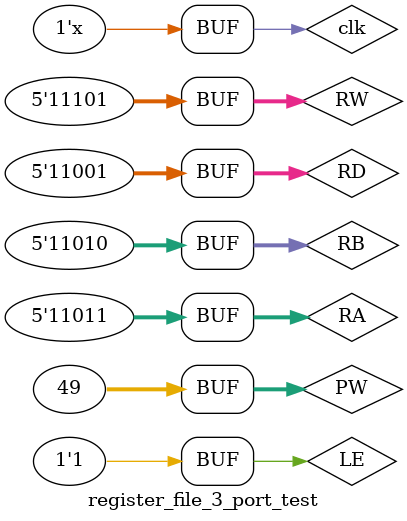
<source format=v>
module register_file_3_port (
  input [4:0] RA, RB, RD, // register inputs for reading
  input [4:0] RW, // register inputs for writing
  input [31:0] PW, // data input for writing
  input LE, // latch enable input for writing
  input clk, // clock input
  output wire [31:0] PA, PB, PD // output ports
);

//eliminar array e instanciar mejor el modulo
//crear modulo para cada uno de los componentes
//modulo de registro, binary dec, multiplexor
//instanciar todos los componentes en el modulo de prueba
 
reg [31:0] registers [0:31]; // array of 32 registers
assign PA = (RA == 0) ? 0 : registers[RA]; // output for register RA
assign PB = (RB == 0) ? 0 : registers[RB]; // output for register RB
assign PD = (RD == 0) ? 0 : registers[RD]; // output for register RC

always @(posedge clk) begin
  if (LE) begin
    registers[RW] <= PW; // write to register RW
  end
end

endmodule

module register_file_3_port_test;

reg [4:0] RA, RB, RD, RW; // register select inputs for reading and writing
reg [31:0] PW; // data input for writing
reg LE, clk; // latch enable input and clock input
wire [31:0] PA, PB, PD; // output ports



register_file_3_port dut (
  .RA(RA),
  .RB(RB),
  .RD(RD),
  .RW(RW),
  .PW(PW),
  .LE(LE),
  .clk(clk),
  .PA(PA),
  .PB(PB),
  .PD(PD)
);

initial begin
  // initialize 
  RA = 0;
  RB = 31;
  RD = 30;
  RW = 0;
  PW = 20;
  LE = 1;
  clk = 0;
  
  #10; // delay de 10
  
  // read register 0 (output should be 0)
  RA = 0;
  #2;
  $monitor("%d %d %d %d %d %d %d %d", RW, RA, RB, RD, PW, PA, PB, PD);
  
  // read registers 0, 30, and 31
  RA = 0;
  RB = 31;
  RD = 30;
  #2;
  //cambiar a delay de 4 y añadir repeat
  //la primera suma se le pone un delay de 4 ay a las otras no
  $monitor("%d %d %d %d %d %d %d %d", RW, RA, RB, RD, PW, PA, PB, PD);
  
  // increment inputs
  PW = PW + 1;
  RW = RW + 1;
  RA = RA + 1;
  RB = RB + 1;
  RD = RD + 1;
  
  // read registers again (output should be updated)
  RA = 0;
  RB = 31;
  RD = 30;
  #2;
  $monitor("%d %d %d %d %d %d %d %d", RW, RA, RB, RD, PW, PA, PB, PD);
  
  // increment inputs again
  PW = PW + 1;
  RW = RW + 1;
  RA = RA + 1;
  RB = RB + 1;
  RD = RD + 1;
  
  // read registers again (output should be updated)
  RA = 0;
  RB = 31;
  RD = 30;
  #2;
  $monitor("%d %d %d %d %d %d %d %d", RW, RA, RB, RD, PW, PA, PB, PD);
  
  // keep incrementing inputs until RA reaches 31
  repeat (27) begin
    PW = PW + 1;
    RW = RW + 1;
    RA = RA + 1;
    RB = RB + 1;
    RD = RD + 1;
    #4;
    $monitor("%d %d %d %d %d %d %d %d", RW, RA, RB, RD, PW, PA, PB, PD);
  end
end

always #1 clk = ~clk; // toggle clock every 1 time unit

endmodule

// A simple register file with three read ports and one write port. 
// The module has five input ports and three output ports.

// The input ports are:

// RA: a 5-bit input that specifies which register to read from for port A.
// RB: a 5-bit input that specifies which register to read from for port B.
// RD: a 5-bit input that specifies which register to read from for port D.
// RW: a 5-bit input that specifies which register to write to.
// PW: a 32-bit input that contains the data to be written to the register specified by RW.
// LE: a 1-bit input that is used as a latch enable signal for writing data.
// The output ports are:

// PA: a 32-bit output that contains the data read from the register specified by RA.
// PB: a 32-bit output that contains the data read from the register specified by RB.
// PD: a 32-bit output that contains the data read from the register specified by RD.
// The register file is implemented as an array of 32 32-bit registers called "registers". 
// The output ports PA, PB, and PD are assigned to the value of the corresponding register specified 
// by RA, RB, and RD, respectively. If the register address is 0, the output value is always 0.

// The data input PW is written to the register specified by RW on the positive edge of the clock 
// if the latch enable signal LE is high. The value of PW is stored in the array element corresponding 
// to the register address RW.

</source>
